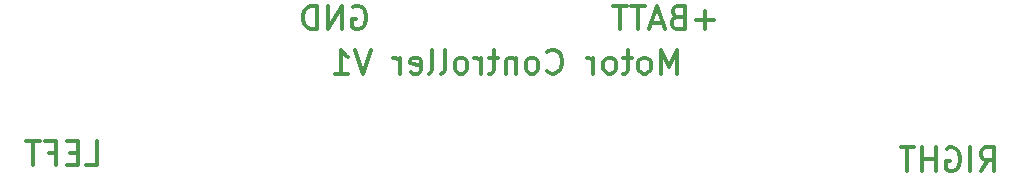
<source format=gbo>
G04 #@! TF.GenerationSoftware,KiCad,Pcbnew,(5.99.0-11727-g1ec70d30af)*
G04 #@! TF.CreationDate,2021-08-20T03:51:17+02:00*
G04 #@! TF.ProjectId,motorcontroller,6d6f746f-7263-46f6-9e74-726f6c6c6572,rev?*
G04 #@! TF.SameCoordinates,Original*
G04 #@! TF.FileFunction,Legend,Bot*
G04 #@! TF.FilePolarity,Positive*
%FSLAX46Y46*%
G04 Gerber Fmt 4.6, Leading zero omitted, Abs format (unit mm)*
G04 Created by KiCad (PCBNEW (5.99.0-11727-g1ec70d30af)) date 2021-08-20 03:51:17*
%MOMM*%
%LPD*%
G01*
G04 APERTURE LIST*
%ADD10C,0.300000*%
%ADD11R,2.400000X2.400000*%
%ADD12C,2.400000*%
%ADD13R,2.000000X1.905000*%
%ADD14O,2.000000X1.905000*%
%ADD15C,1.600000*%
%ADD16O,1.600000X1.600000*%
%ADD17R,1.700000X1.700000*%
%ADD18O,1.700000X1.700000*%
%ADD19O,1.950000X1.700000*%
%ADD20C,8.600000*%
%ADD21R,2.000000X2.000000*%
%ADD22C,2.000000*%
%ADD23C,3.200000*%
%ADD24R,1.800000X1.275000*%
%ADD25O,1.800000X1.275000*%
%ADD26O,1.700000X2.000000*%
%ADD27R,1.600000X1.600000*%
%ADD28O,1.000000X2.100000*%
%ADD29O,1.000000X1.600000*%
%ADD30C,0.650000*%
G04 APERTURE END LIST*
D10*
X94428571Y-31154761D02*
X94428571Y-29154761D01*
X93761904Y-30583333D01*
X93095238Y-29154761D01*
X93095238Y-31154761D01*
X91857142Y-31154761D02*
X92047619Y-31059523D01*
X92142857Y-30964285D01*
X92238095Y-30773809D01*
X92238095Y-30202380D01*
X92142857Y-30011904D01*
X92047619Y-29916666D01*
X91857142Y-29821428D01*
X91571428Y-29821428D01*
X91380952Y-29916666D01*
X91285714Y-30011904D01*
X91190476Y-30202380D01*
X91190476Y-30773809D01*
X91285714Y-30964285D01*
X91380952Y-31059523D01*
X91571428Y-31154761D01*
X91857142Y-31154761D01*
X90619047Y-29821428D02*
X89857142Y-29821428D01*
X90333333Y-29154761D02*
X90333333Y-30869047D01*
X90238095Y-31059523D01*
X90047619Y-31154761D01*
X89857142Y-31154761D01*
X88904761Y-31154761D02*
X89095238Y-31059523D01*
X89190476Y-30964285D01*
X89285714Y-30773809D01*
X89285714Y-30202380D01*
X89190476Y-30011904D01*
X89095238Y-29916666D01*
X88904761Y-29821428D01*
X88619047Y-29821428D01*
X88428571Y-29916666D01*
X88333333Y-30011904D01*
X88238095Y-30202380D01*
X88238095Y-30773809D01*
X88333333Y-30964285D01*
X88428571Y-31059523D01*
X88619047Y-31154761D01*
X88904761Y-31154761D01*
X87380952Y-31154761D02*
X87380952Y-29821428D01*
X87380952Y-30202380D02*
X87285714Y-30011904D01*
X87190476Y-29916666D01*
X87000000Y-29821428D01*
X86809523Y-29821428D01*
X83476190Y-30964285D02*
X83571428Y-31059523D01*
X83857142Y-31154761D01*
X84047619Y-31154761D01*
X84333333Y-31059523D01*
X84523809Y-30869047D01*
X84619047Y-30678571D01*
X84714285Y-30297619D01*
X84714285Y-30011904D01*
X84619047Y-29630952D01*
X84523809Y-29440476D01*
X84333333Y-29250000D01*
X84047619Y-29154761D01*
X83857142Y-29154761D01*
X83571428Y-29250000D01*
X83476190Y-29345238D01*
X82333333Y-31154761D02*
X82523809Y-31059523D01*
X82619047Y-30964285D01*
X82714285Y-30773809D01*
X82714285Y-30202380D01*
X82619047Y-30011904D01*
X82523809Y-29916666D01*
X82333333Y-29821428D01*
X82047619Y-29821428D01*
X81857142Y-29916666D01*
X81761904Y-30011904D01*
X81666666Y-30202380D01*
X81666666Y-30773809D01*
X81761904Y-30964285D01*
X81857142Y-31059523D01*
X82047619Y-31154761D01*
X82333333Y-31154761D01*
X80809523Y-29821428D02*
X80809523Y-31154761D01*
X80809523Y-30011904D02*
X80714285Y-29916666D01*
X80523809Y-29821428D01*
X80238095Y-29821428D01*
X80047619Y-29916666D01*
X79952380Y-30107142D01*
X79952380Y-31154761D01*
X79285714Y-29821428D02*
X78523809Y-29821428D01*
X79000000Y-29154761D02*
X79000000Y-30869047D01*
X78904761Y-31059523D01*
X78714285Y-31154761D01*
X78523809Y-31154761D01*
X77857142Y-31154761D02*
X77857142Y-29821428D01*
X77857142Y-30202380D02*
X77761904Y-30011904D01*
X77666666Y-29916666D01*
X77476190Y-29821428D01*
X77285714Y-29821428D01*
X76333333Y-31154761D02*
X76523809Y-31059523D01*
X76619047Y-30964285D01*
X76714285Y-30773809D01*
X76714285Y-30202380D01*
X76619047Y-30011904D01*
X76523809Y-29916666D01*
X76333333Y-29821428D01*
X76047619Y-29821428D01*
X75857142Y-29916666D01*
X75761904Y-30011904D01*
X75666666Y-30202380D01*
X75666666Y-30773809D01*
X75761904Y-30964285D01*
X75857142Y-31059523D01*
X76047619Y-31154761D01*
X76333333Y-31154761D01*
X74523809Y-31154761D02*
X74714285Y-31059523D01*
X74809523Y-30869047D01*
X74809523Y-29154761D01*
X73476190Y-31154761D02*
X73666666Y-31059523D01*
X73761904Y-30869047D01*
X73761904Y-29154761D01*
X71952380Y-31059523D02*
X72142857Y-31154761D01*
X72523809Y-31154761D01*
X72714285Y-31059523D01*
X72809523Y-30869047D01*
X72809523Y-30107142D01*
X72714285Y-29916666D01*
X72523809Y-29821428D01*
X72142857Y-29821428D01*
X71952380Y-29916666D01*
X71857142Y-30107142D01*
X71857142Y-30297619D01*
X72809523Y-30488095D01*
X71000000Y-31154761D02*
X71000000Y-29821428D01*
X71000000Y-30202380D02*
X70904761Y-30011904D01*
X70809523Y-29916666D01*
X70619047Y-29821428D01*
X70428571Y-29821428D01*
X68523809Y-29154761D02*
X67857142Y-31154761D01*
X67190476Y-29154761D01*
X65476190Y-31154761D02*
X66619047Y-31154761D01*
X66047619Y-31154761D02*
X66047619Y-29154761D01*
X66238095Y-29440476D01*
X66428571Y-29630952D01*
X66619047Y-29726190D01*
X44404761Y-38904761D02*
X45357142Y-38904761D01*
X45357142Y-36904761D01*
X43738095Y-37857142D02*
X43071428Y-37857142D01*
X42785714Y-38904761D02*
X43738095Y-38904761D01*
X43738095Y-36904761D01*
X42785714Y-36904761D01*
X41261904Y-37857142D02*
X41928571Y-37857142D01*
X41928571Y-38904761D02*
X41928571Y-36904761D01*
X40976190Y-36904761D01*
X40500000Y-36904761D02*
X39357142Y-36904761D01*
X39928571Y-38904761D02*
X39928571Y-36904761D01*
X120166666Y-39404761D02*
X120833333Y-38452380D01*
X121309523Y-39404761D02*
X121309523Y-37404761D01*
X120547619Y-37404761D01*
X120357142Y-37500000D01*
X120261904Y-37595238D01*
X120166666Y-37785714D01*
X120166666Y-38071428D01*
X120261904Y-38261904D01*
X120357142Y-38357142D01*
X120547619Y-38452380D01*
X121309523Y-38452380D01*
X119309523Y-39404761D02*
X119309523Y-37404761D01*
X117309523Y-37500000D02*
X117500000Y-37404761D01*
X117785714Y-37404761D01*
X118071428Y-37500000D01*
X118261904Y-37690476D01*
X118357142Y-37880952D01*
X118452380Y-38261904D01*
X118452380Y-38547619D01*
X118357142Y-38928571D01*
X118261904Y-39119047D01*
X118071428Y-39309523D01*
X117785714Y-39404761D01*
X117595238Y-39404761D01*
X117309523Y-39309523D01*
X117214285Y-39214285D01*
X117214285Y-38547619D01*
X117595238Y-38547619D01*
X116357142Y-39404761D02*
X116357142Y-37404761D01*
X116357142Y-38357142D02*
X115214285Y-38357142D01*
X115214285Y-39404761D02*
X115214285Y-37404761D01*
X114547619Y-37404761D02*
X113404761Y-37404761D01*
X113976190Y-39404761D02*
X113976190Y-37404761D01*
X67023809Y-25500000D02*
X67214285Y-25404761D01*
X67500000Y-25404761D01*
X67785714Y-25500000D01*
X67976190Y-25690476D01*
X68071428Y-25880952D01*
X68166666Y-26261904D01*
X68166666Y-26547619D01*
X68071428Y-26928571D01*
X67976190Y-27119047D01*
X67785714Y-27309523D01*
X67500000Y-27404761D01*
X67309523Y-27404761D01*
X67023809Y-27309523D01*
X66928571Y-27214285D01*
X66928571Y-26547619D01*
X67309523Y-26547619D01*
X66071428Y-27404761D02*
X66071428Y-25404761D01*
X64928571Y-27404761D01*
X64928571Y-25404761D01*
X63976190Y-27404761D02*
X63976190Y-25404761D01*
X63500000Y-25404761D01*
X63214285Y-25500000D01*
X63023809Y-25690476D01*
X62928571Y-25880952D01*
X62833333Y-26261904D01*
X62833333Y-26547619D01*
X62928571Y-26928571D01*
X63023809Y-27119047D01*
X63214285Y-27309523D01*
X63500000Y-27404761D01*
X63976190Y-27404761D01*
X97642857Y-26642857D02*
X96119047Y-26642857D01*
X96880952Y-27404761D02*
X96880952Y-25880952D01*
X94500000Y-26357142D02*
X94214285Y-26452380D01*
X94119047Y-26547619D01*
X94023809Y-26738095D01*
X94023809Y-27023809D01*
X94119047Y-27214285D01*
X94214285Y-27309523D01*
X94404761Y-27404761D01*
X95166666Y-27404761D01*
X95166666Y-25404761D01*
X94500000Y-25404761D01*
X94309523Y-25500000D01*
X94214285Y-25595238D01*
X94119047Y-25785714D01*
X94119047Y-25976190D01*
X94214285Y-26166666D01*
X94309523Y-26261904D01*
X94500000Y-26357142D01*
X95166666Y-26357142D01*
X93261904Y-26833333D02*
X92309523Y-26833333D01*
X93452380Y-27404761D02*
X92785714Y-25404761D01*
X92119047Y-27404761D01*
X91738095Y-25404761D02*
X90595238Y-25404761D01*
X91166666Y-27404761D02*
X91166666Y-25404761D01*
X90214285Y-25404761D02*
X89071428Y-25404761D01*
X89642857Y-27404761D02*
X89642857Y-25404761D01*
%LPC*%
D11*
G04 #@! TO.C,C205*
X68500000Y-36000000D03*
X70419873Y-33500000D03*
D12*
X74080127Y-38500000D03*
X76000000Y-36000000D03*
G04 #@! TD*
D11*
G04 #@! TO.C,C206*
X84000000Y-48500000D03*
X85919873Y-46000000D03*
D12*
X89580127Y-51000000D03*
X91500000Y-48500000D03*
G04 #@! TD*
D11*
G04 #@! TO.C,C207*
X68500000Y-60000000D03*
X70419873Y-57500000D03*
D12*
X74080127Y-62500000D03*
X76000000Y-60000000D03*
G04 #@! TD*
D11*
G04 #@! TO.C,C208*
X84000000Y-72500000D03*
X85919873Y-70000000D03*
D12*
X89580127Y-75000000D03*
X91500000Y-72500000D03*
G04 #@! TD*
D11*
G04 #@! TO.C,C209*
X68500000Y-84000000D03*
X70419873Y-81500000D03*
D12*
X74080127Y-86500000D03*
X76000000Y-84000000D03*
G04 #@! TD*
D11*
G04 #@! TO.C,C210*
X84000000Y-96500000D03*
X85919873Y-94000000D03*
D12*
X89580127Y-99000000D03*
X91500000Y-96500000D03*
G04 #@! TD*
D11*
G04 #@! TO.C,C211*
X68500000Y-108000000D03*
X70419873Y-105500000D03*
D12*
X74080127Y-110500000D03*
X76000000Y-108000000D03*
G04 #@! TD*
D11*
G04 #@! TO.C,C212*
X84000000Y-120500000D03*
X85919873Y-118000000D03*
D12*
X89580127Y-123000000D03*
X91500000Y-120500000D03*
G04 #@! TD*
D13*
G04 #@! TO.C,D405*
X128000000Y-85000000D03*
D14*
X128000000Y-82460000D03*
X128000000Y-79920000D03*
G04 #@! TD*
D15*
G04 #@! TO.C,TH401*
X33000000Y-64080000D03*
D16*
X33000000Y-61540000D03*
G04 #@! TD*
D17*
G04 #@! TO.C,J107*
X30500000Y-154875000D03*
D18*
X30500000Y-152335000D03*
X30500000Y-149795000D03*
X30500000Y-147255000D03*
X30500000Y-144715000D03*
X30500000Y-142175000D03*
X30500000Y-139635000D03*
X30500000Y-137095000D03*
G04 #@! TD*
G04 #@! TO.C,J104*
G36*
G01*
X74700000Y-181350000D02*
X73250000Y-181350000D01*
G75*
G02*
X73000000Y-181100000I0J250000D01*
G01*
X73000000Y-179900000D01*
G75*
G02*
X73250000Y-179650000I250000J0D01*
G01*
X74700000Y-179650000D01*
G75*
G02*
X74950000Y-179900000I0J-250000D01*
G01*
X74950000Y-181100000D01*
G75*
G02*
X74700000Y-181350000I-250000J0D01*
G01*
G37*
D19*
X73975000Y-178000000D03*
X73975000Y-175500000D03*
G04 #@! TD*
D20*
G04 #@! TO.C,H112*
X105500000Y-91000000D03*
G04 #@! TD*
D17*
G04 #@! TO.C,J106*
X30500000Y-161975000D03*
D18*
X30500000Y-164515000D03*
X30500000Y-167055000D03*
G04 #@! TD*
D21*
G04 #@! TO.C,BZ101*
X72310784Y-127500000D03*
D22*
X67310784Y-127500000D03*
G04 #@! TD*
G04 #@! TO.C,J103*
G36*
G01*
X64725000Y-181350000D02*
X63275000Y-181350000D01*
G75*
G02*
X63025000Y-181100000I0J250000D01*
G01*
X63025000Y-179900000D01*
G75*
G02*
X63275000Y-179650000I250000J0D01*
G01*
X64725000Y-179650000D01*
G75*
G02*
X64975000Y-179900000I0J-250000D01*
G01*
X64975000Y-181100000D01*
G75*
G02*
X64725000Y-181350000I-250000J0D01*
G01*
G37*
D19*
X64000000Y-178000000D03*
X64000000Y-175500000D03*
G04 #@! TD*
D13*
G04 #@! TO.C,D401*
X32000000Y-41000000D03*
D14*
X32000000Y-43540000D03*
X32000000Y-46080000D03*
G04 #@! TD*
D20*
G04 #@! TO.C,H111*
X54500000Y-91000000D03*
G04 #@! TD*
D23*
G04 #@! TO.C,H104*
X128000000Y-181000000D03*
G04 #@! TD*
D13*
G04 #@! TO.C,Q412*
X128000000Y-129000000D03*
D14*
X128000000Y-126460000D03*
X128000000Y-123920000D03*
G04 #@! TD*
D24*
G04 #@! TO.C,U201*
X128000000Y-145400000D03*
D25*
X128000000Y-143700000D03*
X128000000Y-142000000D03*
X128000000Y-140300000D03*
X128000000Y-138600000D03*
G04 #@! TD*
D21*
G04 #@! TO.C,C214*
X108132323Y-134500000D03*
D22*
X113132323Y-134500000D03*
G04 #@! TD*
D13*
G04 #@! TO.C,Q408*
X128000000Y-57000000D03*
D14*
X128000000Y-54460000D03*
X128000000Y-51920000D03*
G04 #@! TD*
D13*
G04 #@! TO.C,Q409*
X128000000Y-74000000D03*
D14*
X128000000Y-71460000D03*
X128000000Y-68920000D03*
G04 #@! TD*
D13*
G04 #@! TO.C,Q403*
X32000000Y-69000000D03*
D14*
X32000000Y-71540000D03*
X32000000Y-74080000D03*
G04 #@! TD*
D13*
G04 #@! TO.C,Q402*
X32000000Y-52000000D03*
D14*
X32000000Y-54540000D03*
X32000000Y-57080000D03*
G04 #@! TD*
D20*
G04 #@! TO.C,H110*
X105500000Y-35000000D03*
G04 #@! TD*
G04 #@! TO.C,J109*
G36*
G01*
X113150000Y-179750000D02*
X113150000Y-178250000D01*
G75*
G02*
X113400000Y-178000000I250000J0D01*
G01*
X114600000Y-178000000D01*
G75*
G02*
X114850000Y-178250000I0J-250000D01*
G01*
X114850000Y-179750000D01*
G75*
G02*
X114600000Y-180000000I-250000J0D01*
G01*
X113400000Y-180000000D01*
G75*
G02*
X113150000Y-179750000I0J250000D01*
G01*
G37*
D26*
X116500000Y-179000000D03*
G04 #@! TD*
D20*
G04 #@! TO.C,H109*
X54500000Y-35000000D03*
G04 #@! TD*
G04 #@! TO.C,H105*
X54500000Y-119000000D03*
G04 #@! TD*
D23*
G04 #@! TO.C,H103*
X32000000Y-181000000D03*
G04 #@! TD*
D20*
G04 #@! TO.C,H107*
X54500000Y-63000000D03*
G04 #@! TD*
D15*
G04 #@! TO.C,TH402*
X127000000Y-64000000D03*
D16*
X127000000Y-61460000D03*
G04 #@! TD*
D13*
G04 #@! TO.C,Q407*
X128000000Y-35000000D03*
D14*
X128000000Y-32460000D03*
X128000000Y-29920000D03*
G04 #@! TD*
D13*
G04 #@! TO.C,Q411*
X128000000Y-107000000D03*
D14*
X128000000Y-104460000D03*
X128000000Y-101920000D03*
G04 #@! TD*
G04 #@! TO.C,J110*
G36*
G01*
X54450000Y-181350000D02*
X53000000Y-181350000D01*
G75*
G02*
X52750000Y-181100000I0J250000D01*
G01*
X52750000Y-179900000D01*
G75*
G02*
X53000000Y-179650000I250000J0D01*
G01*
X54450000Y-179650000D01*
G75*
G02*
X54700000Y-179900000I0J-250000D01*
G01*
X54700000Y-181100000D01*
G75*
G02*
X54450000Y-181350000I-250000J0D01*
G01*
G37*
D19*
X53725000Y-178000000D03*
X53725000Y-175500000D03*
G04 #@! TD*
D13*
G04 #@! TO.C,Q404*
X32000000Y-91000000D03*
D14*
X32000000Y-93540000D03*
X32000000Y-96080000D03*
G04 #@! TD*
G04 #@! TO.C,J105*
G36*
G01*
X84700000Y-181350000D02*
X83250000Y-181350000D01*
G75*
G02*
X83000000Y-181100000I0J250000D01*
G01*
X83000000Y-179900000D01*
G75*
G02*
X83250000Y-179650000I250000J0D01*
G01*
X84700000Y-179650000D01*
G75*
G02*
X84950000Y-179900000I0J-250000D01*
G01*
X84950000Y-181100000D01*
G75*
G02*
X84700000Y-181350000I-250000J0D01*
G01*
G37*
D19*
X83975000Y-178000000D03*
X83975000Y-175500000D03*
G04 #@! TD*
D13*
G04 #@! TO.C,D403*
X32000000Y-113000000D03*
D14*
X32000000Y-115540000D03*
X32000000Y-118080000D03*
G04 #@! TD*
D13*
G04 #@! TO.C,D404*
X128000000Y-46000000D03*
D14*
X128000000Y-43460000D03*
X128000000Y-40920000D03*
G04 #@! TD*
D13*
G04 #@! TO.C,Q410*
X128000000Y-96000000D03*
D14*
X128000000Y-93460000D03*
X128000000Y-90920000D03*
G04 #@! TD*
D27*
G04 #@! TO.C,C201*
X114000000Y-158000000D03*
D15*
X110500000Y-158000000D03*
G04 #@! TD*
G04 #@! TO.C,J201*
G36*
G01*
X123150000Y-153750000D02*
X123150000Y-152250000D01*
G75*
G02*
X123400000Y-152000000I250000J0D01*
G01*
X124600000Y-152000000D01*
G75*
G02*
X124850000Y-152250000I0J-250000D01*
G01*
X124850000Y-153750000D01*
G75*
G02*
X124600000Y-154000000I-250000J0D01*
G01*
X123400000Y-154000000D01*
G75*
G02*
X123150000Y-153750000I0J250000D01*
G01*
G37*
D26*
X126500000Y-153000000D03*
G04 #@! TD*
D13*
G04 #@! TO.C,Q401*
X32000000Y-30000000D03*
D14*
X32000000Y-32540000D03*
X32000000Y-35080000D03*
G04 #@! TD*
D23*
G04 #@! TO.C,H101*
X43500000Y-29000000D03*
G04 #@! TD*
D28*
G04 #@! TO.C,J101*
X45820000Y-177370000D03*
D29*
X45820000Y-181550000D03*
X37180000Y-181550000D03*
D28*
X37180000Y-177370000D03*
D30*
X38610000Y-177900000D03*
X44390000Y-177900000D03*
G04 #@! TD*
D20*
G04 #@! TO.C,H108*
X105500000Y-63000000D03*
G04 #@! TD*
G04 #@! TO.C,J108*
G36*
G01*
X95150000Y-179750000D02*
X95150000Y-178250000D01*
G75*
G02*
X95400000Y-178000000I250000J0D01*
G01*
X96600000Y-178000000D01*
G75*
G02*
X96850000Y-178250000I0J-250000D01*
G01*
X96850000Y-179750000D01*
G75*
G02*
X96600000Y-180000000I-250000J0D01*
G01*
X95400000Y-180000000D01*
G75*
G02*
X95150000Y-179750000I0J250000D01*
G01*
G37*
D26*
X98500000Y-179000000D03*
G04 #@! TD*
D13*
G04 #@! TO.C,D402*
X32000000Y-80000000D03*
D14*
X32000000Y-82540000D03*
X32000000Y-85080000D03*
G04 #@! TD*
D13*
G04 #@! TO.C,D406*
X128000000Y-118000000D03*
D14*
X128000000Y-115460000D03*
X128000000Y-112920000D03*
G04 #@! TD*
D17*
G04 #@! TO.C,J102*
X77075000Y-162480000D03*
D18*
X77075000Y-165020000D03*
X74535000Y-162480000D03*
X74535000Y-165020000D03*
X71995000Y-162480000D03*
X71995000Y-165020000D03*
X69455000Y-162480000D03*
X69455000Y-165020000D03*
X66915000Y-162480000D03*
X66915000Y-165020000D03*
G04 #@! TD*
D23*
G04 #@! TO.C,H102*
X116500000Y-29000000D03*
G04 #@! TD*
D13*
G04 #@! TO.C,Q406*
X32000000Y-124000000D03*
D14*
X32000000Y-126540000D03*
X32000000Y-129080000D03*
G04 #@! TD*
D20*
G04 #@! TO.C,H106*
X105500000Y-119000000D03*
G04 #@! TD*
D13*
G04 #@! TO.C,Q405*
X32000000Y-102000000D03*
D14*
X32000000Y-104540000D03*
X32000000Y-107080000D03*
G04 #@! TD*
G36*
X26942121Y-25020002D02*
G01*
X26988614Y-25073658D01*
X27000000Y-25126000D01*
X27000000Y-184874000D01*
X26979998Y-184942121D01*
X26926342Y-184988614D01*
X26874000Y-185000000D01*
X25126000Y-185000000D01*
X25057879Y-184979998D01*
X25011386Y-184926342D01*
X25000000Y-184874000D01*
X25000000Y-25126000D01*
X25020002Y-25057879D01*
X25073658Y-25011386D01*
X25126000Y-25000000D01*
X26874000Y-25000000D01*
X26942121Y-25020002D01*
G37*
G36*
X134942121Y-25020002D02*
G01*
X134988614Y-25073658D01*
X135000000Y-25126000D01*
X135000000Y-184874000D01*
X134979998Y-184942121D01*
X134926342Y-184988614D01*
X134874000Y-185000000D01*
X133126000Y-185000000D01*
X133057879Y-184979998D01*
X133011386Y-184926342D01*
X133000000Y-184874000D01*
X133000000Y-25126000D01*
X133020002Y-25057879D01*
X133073658Y-25011386D01*
X133126000Y-25000000D01*
X134874000Y-25000000D01*
X134942121Y-25020002D01*
G37*
M02*

</source>
